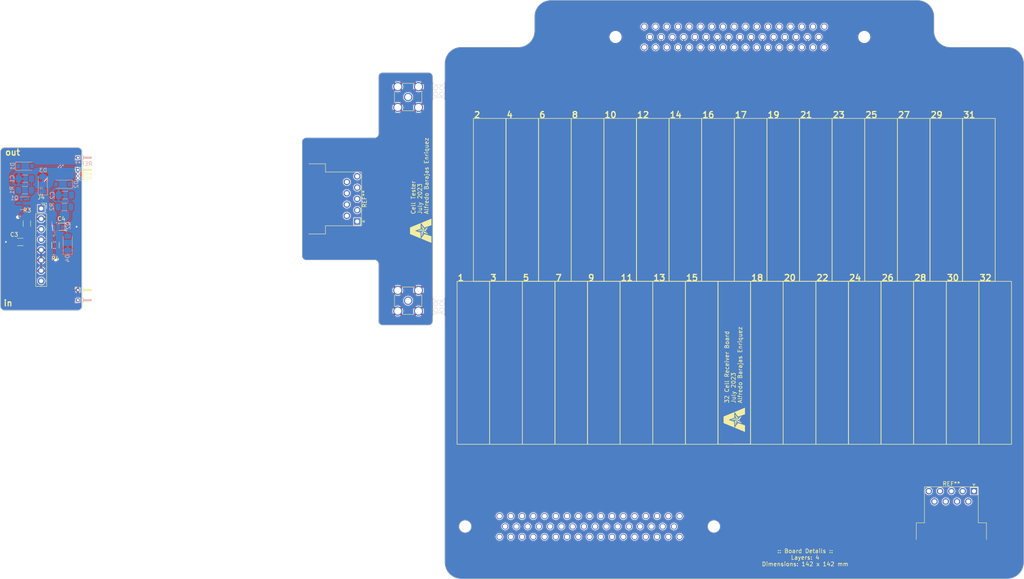
<source format=kicad_pcb>
(kicad_pcb (version 20221018) (generator pcbnew)
  (layers (0 "F.Cu" signal) (1 "In1.Cu" signal) (2 "In2.Cu" signal) (31 "B.Cu" signal) (34 "B.Paste" user) (35 "F.Paste" user) (36 "B.SilkS" user "B.Silkscreen") (37 "F.SilkS" user "F.Silkscreen") (38 "B.Mask" user) (39 "F.Mask" user) (44 "Edge.Cuts" user))
  (net 0 "")
  (net 1 "Net-(D3-K)")
  (net 2 "GND")
  (net 3 "Net-(D4-A)")
  (net 4 "Net-(J4-Pin_3)")
  (net 5 "GND1")
  (net 6 "Net-(J4-Pin_4)")
  (net 7 "+11")
  (net 8 "Net-(D1-A)")
  (net 9 "Net-(D2-K)")
  (net 10 "-11")
  (net 11 "Net-(J2-In)")
  (net 12 "Net-(J3-In)")
  (net 13 "Net-(Q1-E)")
  (net 14 "Net-(Q2-E)")
  (footprint "Connector_PinSocket_2.54mm:PinSocket_1x08_P2.54mm_Vertical" (layer "F.Cu") (at 29.983 102.129)
    (fp_text reference "J4")
    (fp_text value "Conn_01x08")
  )
  (footprint "Capacitor_SMD:C_1206_3216Metric_Pad1.33x1.80mm_HandSolder" (layer "F.Cu") (at 24.864 110.328 180)
    (fp_text reference "C3")
    (fp_text value "10uF" hide)
  )
  (footprint "1.Logos:UTA" (layer "F.Cu") (at 199.987439 153.997547 90)
    (fp_text reference "G***" hide)
    (fp_text value "LOGO" hide)
  )
  (footprint "Connector_Dsub:DSUB-9_Female_Horizontal_P2.77x2.54mm_EdgePinOffset9.40mm" (layer "F.Cu") (at 258.79 171.5)
    (fp_text reference "REF**")
    (fp_text value "DSUB-9_Female_Horizontal_P2.77x2.54mm_EdgePinOffset9.40mm" hide)
  )
  (footprint "Resistor_SMD:R_1206_3216Metric_Pad1.30x1.75mm_HandSolder" (layer "F.Cu") (at 26.477 105.819 -90)
    (fp_text reference "R3")
    (fp_text value "4.7" hide)
  )
  (footprint "1.Local.Library:CONN D-SUB PLUG 50POS RA SLDR" (layer "F.Cu") (at 201.38 60)
    (fp_text reference "REF**" hide)
    (fp_text value "CONN D-SUB PLUG 50POS RA SLDR" hide)
    (fp_circle (center -30.5 0) (end -29 0) (stroke (width 0.01)) (fill none) (layer "Edge.Cuts"))
    (fp_circle (center 30.5 0) (end 32 0) (stroke (width 0.01)) (fill none) (layer "Edge.Cuts"))
  )
  (footprint "Connector_Coaxial:SMA_Amphenol_901-144_Vertical" (layer "F.Cu") (at 120 74.751)
    (fp_text reference "J5" hide)
    (fp_text value "Conn_Coaxial_Out" hide)
  )
  (footprint "Capacitor_SMD:C_1206_3216Metric_Pad1.33x1.80mm_HandSolder" (layer "F.Cu") (at 35.098 106.594)
    (fp_text reference "C4")
    (fp_text value "10uF" hide)
  )
  (footprint "Connector_PinHeader_1.00mm:PinHeader_1x01_P1.00mm_Horizontal" (layer "F.Cu") (at 38.983 122.129)
    (fp_text reference "REF**" hide)
    (fp_text value "PinHeader_1x01_P1.00mm_Horizontal" hide)
  )
  (footprint "Connector_PinHeader_1.00mm:PinHeader_1x03_P1.00mm_Horizontal" (layer "F.Cu") (at 38.983 92.629)
    (fp_text reference "REF**" hide)
    (fp_text value "PinHeader_1x03_P1.00mm_Horizontal" hide)
  )
  (footprint "1.Logos:UTA" (layer "F.Cu") (at 123.070439 107.586547 90)
    (fp_text reference "G***" hide)
    (fp_text value "LOGO" hide)
  )
  (footprint "1.Local.Library:CONN D-SUB PLUG 50POS RA SLDR" (layer "F.Cu") (at 163.12 180.18 180)
    (fp_text reference "REF**" hide)
    (fp_text value "CONN D-SUB PLUG 50POS RA SLDR" hide)
    (fp_circle (center -31.88 0) (end -30.38 0) (stroke (width 0.1)) (fill none) (layer "Edge.Cuts"))
    (fp_circle (center 29.12 0) (end 30.62 0) (stroke (width 0.1)) (fill none) (layer "Edge.Cuts"))
  )
  (footprint "Resistor_SMD:R_1206_3216Metric_Pad1.30x1.75mm_HandSolder" (layer "F.Cu") (at 33.484 111.12 90)
    (fp_text reference "R4")
    (fp_text value "4.7" hide)
  )
  (footprint "Connector_Coaxial:SMA_Amphenol_901-144_Vertical" (layer "F.Cu") (at 120 124.75)
    (fp_text reference "J5" hide)
    (fp_text value "Conn_Coaxial_Out" hide)
  )
  (footprint "Connector_Dsub:DSUB-9_Female_Horizontal_P2.77x2.54mm_EdgePinOffset9.40mm" (layer "F.Cu") (at 107.5 105.2905 -90)
    (fp_text reference "REF**")
    (fp_text value "DSUB-9_Female_Horizontal_P2.77x2.54mm_EdgePinOffset9.40mm" hide)
  )
  (footprint "Resistor_SMD:R_1206_3216Metric_Pad1.30x1.75mm_HandSolder" (layer "B.Cu") (at 35.708 101.734)
    (fp_text reference "R2")
    (fp_text value "1.0k" hide)
  )
  (footprint "Capacitor_SMD:C_1206_3216Metric_Pad1.33x1.80mm_HandSolder" (layer "B.Cu") (at 26.0305 94.804 180)
    (fp_text reference "C1")
    (fp_text value "10uF" hide)
  )
  (footprint "Capacitor_SMD:C_1206_3216Metric_Pad1.33x1.80mm_HandSolder" (layer "B.Cu") (at 35.8105 98.839 180)
    (fp_text reference "C2")
    (fp_text value "10uF" hide)
  )
  (footprint "Diode_SMD:D_SOD-123" (layer "B.Cu") (at 35.278 96.159 180)
    (fp_text reference "D2")
    (fp_text value "1N4148W" hide)
  )
  (footprint "Resistor_SMD:R_1206_3216Metric_Pad1.30x1.75mm_HandSolder" (layer "B.Cu") (at 26.013 97.599)
    (fp_text reference "R1")
    (fp_text value "1.0k" hide)
  )
  (footprint "Package_TO_SOT_SMD:SOT-23" (layer "B.Cu") (at 25.428 100.824 180)
    (fp_text reference "Q1")
    (fp_text value "MMBT3904" hide)
  )
  (footprint "Diode_SMD:D_MiniMELF" (layer "B.Cu") (at 36.488 110.679 90)
    (fp_text reference "D4")
    (fp_text value "BZV55B7V5" hide)
  )
  (footprint "Connector_PinHeader_1.00mm:PinHeader_1x01_P1.00mm_Horizontal" (layer "B.Cu") (at 38.983 89.629)
    (fp_text reference "REF**")
    (fp_text value "PinHeader_1x01_P1.00mm_Horizontal" hide)
  )
  (footprint "Diode_SMD:D_SOD-123" (layer "B.Cu") (at 26.083 91.724)
    (fp_text reference "D1")
    (fp_text value "1N4148W" hide)
  )
  (footprint "Package_TO_SOT_SMD:SOT-23" (layer "B.Cu") (at 34.163 105.9415 90)
    (fp_text reference "Q2")
    (fp_text value "MMBT3906" hide)
  )
  (footprint "Diode_SMD:D_MiniMELF" (layer "B.Cu") (at 30.378 96.104 90)
    (fp_text reference "D3")
    (fp_text value "BZV55B7V5" hide)
  )
  (footprint "Connector_PinHeader_1.00mm:PinHeader_1x01_P1.00mm_Horizontal" (layer "B.Cu") (at 38.983 124.629)
    (fp_text reference "REF**" hide)
    (fp_text value "PinHeader_1x01_P1.00mm_Horizontal" hide)
  )
  (gr_line (start 216.56 62.54) (end 216.56 71.815) (stroke (width 0.109916)) (layer "F.Cu"))
  (gr_line (start 224 80) (end 224 120) (stroke (width 0.129114)) (layer "F.Cu"))
  (gr_circle (center 252 120) (end 252.5 120) (stroke (width 0.15)) (fill none) (layer "F.Cu"))
  (gr_circle (center 168 160) (end 168.5 160) (stroke (width 0.15)) (fill none) (layer "F.Cu"))
  (gr_line (start 256 80) (end 256 120) (stroke (width 0.104724)) (layer "F.Cu"))
  (gr_line (start 220 80) (end 206.9 76.578) (stroke (width 0.29843)) (layer "F.Cu"))
  (gr_line (start 188.96 62.54) (end 188.96 74.533) (stroke (width 0.122014)) (layer "F.Cu"))
  (gr_circle (center 232 160) (end 232.5 160) (stroke (width 0.15)) (fill none) (layer "F.Cu"))
  (gr_line (start 152 80) (end 183.44 71.813) (stroke (width 0.109916)) (layer "F.Cu"))
  (gr_circle (center 176 160) (end 176.5 160) (stroke (width 0.15)) (fill none) (layer "F.Cu"))
  (gr_line (start 212.42 60) (end 212.42 73.858) (stroke (width 0.235129)) (layer "F.Cu"))
  (gr_circle (center 264 120) (end 264.5 120) (stroke (width 0.15)) (fill none) (layer "F.Cu"))
  (gr_circle (center 244 120) (end 244.5 120) (stroke (width 0.15)) (fill none) (layer "F.Cu"))
  (gr_line (start 204 80) (end 201.38 79.298) (stroke (width 0.40837)) (layer "F.Cu"))
  (gr_line (start 216 80) (end 205.52 77.258) (stroke (width 0.137106)) (layer "F.Cu"))
  (gr_circle (center 144 160) (end 144.5 160) (stroke (width 0.15)) (fill none) (layer "F.Cu"))
  (gr_line (start 232 80) (end 232 120) (stroke (width 0.122014)) (layer "F.Cu"))
  (gr_line (start 217.94 60) (end 217.94 71.133) (stroke (width 0.193984)) (layer "F.Cu"))
  (gr_line (start 213.8 62.54) (end 213.8 73.175) (stroke (width 0.115647)) (layer "F.Cu"))
  (gr_line (start 256 80) (end 219.32 70.453) (stroke (width 0.104724)) (layer "F.Cu"))
  (gr_line (start 204.14 60) (end 204.14 77.938) (stroke (width 0.34485)) (layer "F.Cu"))
  (gr_line (start 244 80) (end 215.18 72.495) (stroke (width 0.212598)) (layer "F.Cu"))
  (gr_line (start 216 80) (end 216 120) (stroke (width 0.137106)) (layer "F.Cu"))
  (gr_circle (center 264 160) (end 264.5 160) (stroke (width 0.15)) (fill none) (layer "F.Cu"))
  (gr_circle (center 184 160) (end 184.5 160) (stroke (width 0.15)) (fill none) (layer "F.Cu"))
  (gr_circle (center 208 160) (end 208.5 160) (stroke (width 0.15)) (fill none) (layer "F.Cu"))
  (gr_line (start 215.18 60) (end 215.18 72.495) (stroke (width 0.212598)) (layer "F.Cu"))
  (gr_line (start 264 80) (end 264 120) (stroke (width 0.1)) (layer "F.Cu"))
  (gr_line (start 164 80) (end 187.58 73.853) (stroke (width 0.235129)) (layer "F.Cu"))
  (gr_line (start 184.82 60) (end 184.82 72.493) (stroke (width 0.212598)) (layer "F.Cu"))
  (gr_line (start 187.58 60) (end 187.58 73.853) (stroke (width 0.235129)) (layer "F.Cu"))
  (gr_circle (center 160 160) (end 160.5 160) (stroke (width 0.15)) (fill none) (layer "F.Cu"))
  (gr_line (start 140 80) (end 179.3 69.773) (stroke (width 0.178375)) (layer "F.Cu"))
  (gr_line (start 192 80) (end 192 120) (stroke (width 0.146135)) (layer "F.Cu"))
  (gr_circle (center 248 160) (end 248.5 160) (stroke (width 0.15)) (fill none) (layer "F.Cu"))
  (gr_circle (center 256 160) (end 256.5 160) (stroke (width 0.15)) (fill none) (layer "F.Cu"))
  (gr_circle (center 136 120) (end 136.5 120) (stroke (width 0.15)) (fill none) (layer "F.Cu"))
  (gr_circle (center 188 120) (end 188.5 120) (stroke (width 0.15)) (fill none) (layer "F.Cu"))
  (gr_circle (center 260 120) (end 260.5 120) (stroke (width 0.15)) (fill none) (layer "F.Cu"))
  (gr_line (start 180 80) (end 193.1 76.573) (stroke (width 0.29843)) (layer "F.Cu"))
  (gr_line (start 152 80) (end 152 120) (stroke (width 0.109916)) (layer "F.Cu"))
  (gr_circle (center 168 120) (end 168.5 120) (stroke (width 0.15)) (fill none) (layer "F.Cu"))
  (gr_line (start 220.7 60) (end 220.7 69.773) (stroke (width 0.178375)) (layer "F.Cu"))
  (gr_line (start 183.44 62.54) (end 183.44 71.813) (stroke (width 0.109916)) (layer "F.Cu"))
  (gr_line (start 209.66 60) (end 209.66 75.218) (stroke (width 0.263025)) (layer "F.Cu"))
  (gr_line (start 236 80) (end 212.42 73.858) (stroke (width 0.235129)) (layer "F.Cu"))
  (gr_line (start 195.86 60) (end 195.86 77.933) (stroke (width 0.34485)) (layer "F.Cu"))
  (gr_circle (center 212 120) (end 212.5 120) (stroke (width 0.15)) (fill none) (layer "F.Cu"))
  (gr_line (start 198.62 60) (end 198.62 79.293) (stroke (width 0.40837)) (layer "F.Cu"))
  (gr_line (start 136 80) (end 177.92 69.093) (stroke (width 0.1)) (layer "F.Cu"))
  (gr_line (start 206.9 60) (end 206.9 76.578) (stroke (width 0.29843)) (layer "F.Cu"))
  (gr_line (start 240 80) (end 213.8 73.175) (stroke (width 0.115647)) (layer "F.Cu"))
  (gr_line (start 144 80) (end 144 120) (stroke (width 0.104724)) (layer "F.Cu"))
  (gr_line (start 168 80) (end 188.96 74.533) (stroke (width 0.122014)) (layer "F.Cu"))
  (gr_line (start 168 80) (end 168 120) (stroke (width 0.122014)) (layer "F.Cu"))
  (gr_circle (center 160 120) (end 160.5 120) (stroke (width 0.15)) (fill none) (layer "F.Cu"))
  (gr_circle (center 204 120) (end 204.5 120) (stroke (width 0.15)) (fill none) (layer "F.Cu"))
  (gr_line (start 208 80) (end 208 120) (stroke (width 0.146135)) (layer "F.Cu"))
  (gr_line (start 205.52 62.54) (end 205.52 77.258) (stroke (width 0.137106)) (layer "F.Cu"))
  (gr_line (start 248 80) (end 248 120) (stroke (width 0.109916)) (layer "F.Cu"))
  (gr_line (start 222.08 62.54) (end 222.08 69.093) (stroke (width 0.1)) (layer "F.Cu"))
  (gr_circle (center 152 120) (end 152.5 120) (stroke (width 0.15)) (fill none) (layer "F.Cu"))
  (gr_line (start 194.48 62.54) (end 194.48 77.253) (stroke (width 0.137106)) (layer "F.Cu"))
  (gr_circle (center 156 120) (end 156.5 120) (stroke (width 0.15)) (fill none) (layer "F.Cu"))
  (gr_line (start 208 80) (end 202.76 78.618) (stroke (width 0.146135)) (layer "F.Cu"))
  (gr_line (start 190.34 60) (end 190.34 75.213) (stroke (width 0.263025)) (layer "F.Cu"))
  (gr_circle (center 232 120) (end 232.5 120) (stroke (width 0.15)) (fill none) (layer "F.Cu"))
  (gr_circle (center 200 160) (end 200.5 160) (stroke (width 0.15)) (fill none) (layer "F.Cu"))
  (gr_line (start 172 80) (end 190.34 75.213) (stroke (width 0.263025)) (layer "F.Cu"))
  (gr_line (start 176 80) (end 176 120) (stroke (width 0.129114)) (layer "F.Cu"))
  (gr_circle (center 224 120) (end 224.5 120) (stroke (width 0.15)) (fill none) (layer "F.Cu"))
  (gr_circle (center 240 120) (end 240.5 120) (stroke (width 0.15)) (fill none) (layer "F.Cu"))
  (gr_line (start 180.68 62.54) (end 180.68 70.453) (stroke (width 0.104724)) (layer "F.Cu"))
  (gr_circle (center 180 120) (end 180.5 120) (stroke (width 0.15)) (fill none) (layer "F.Cu"))
  (gr_line (start 148 80) (end 182.06 71.133) (stroke (width 0.193984)) (layer "F.Cu"))
  (gr_line (start 160 80) (end 160 120) (stroke (width 0.115647)) (layer "F.Cu"))
  (gr_line (start 224 80) (end 208.28 75.898) (stroke (width 0.129114)) (layer "F.Cu"))
  (gr_line (start 252 80) (end 217.94 71.135) (stroke (width 0.193984)) (layer "F.Cu"))
  (gr_line (start 193.1 60) (end 193.1 76.573) (stroke (width 0.29843)) (layer "F.Cu"))
  (gr_line (start 232 80) (end 211.04 74.538) (stroke (width 0.122014)) (layer "F.Cu"))
  (gr_line (start 219.32 62.54) (end 219.32 70.453) (stroke (width 0.104724)) (layer "F.Cu"))
  (gr_line (start 192 80) (end 197.24 78.613) (stroke (width 0.146135)) (layer "F.Cu"))
  (gr_line (start 201.38 60) (end 201.38 79.298) (stroke (width 0.40837)) (layer "F.Cu"))
  (gr_line (start 264 80) (end 222.08 69.093) (stroke (width 0.1)) (layer "F.Cu"))
  (gr_line (start 136 80) (end 136 120) (stroke (width 0.1)) (layer "F.Cu"))
  (gr_line (start 186.2 62.54) (end 186.2 73.173) (stroke (width 0.115647)) (layer "F.Cu"))
  (gr_circle (center 172 120) (end 172.5 120) (stroke (width 0.15)) (fill none) (layer "F.Cu"))
  (gr_line (start 208.28 62.54) (end 208.28 75.898) (stroke (width 0.129114)) (layer "F.Cu"))
  (gr_circle (center 220 120) (end 220.5 120) (stroke (width 0.15)) (fill none) (layer "F.Cu"))
  (gr_line (start 260 80) (end 220.7 69.773) (stroke (width 0.178375)) (layer "F.Cu"))
  (gr_circle (center 176 120) (end 176.5 120) (stroke (width 0.15)) (fill none) (layer "F.Cu"))
  (gr_line (start 179.3 60) (end 179.3 69.773) (stroke (width 0.178375)) (layer "F.Cu"))
  (gr_line (start 156 80) (end 184.82 72.493) (stroke (width 0.212598)) (layer "F.Cu"))
  (gr_line (start 160 80) (end 186.2 73.173) (stroke (width 0.115647)) (layer "F.Cu"))
  (gr_line (start 144 80) (end 180.68 70.453) (stroke (width 0.104724)) (layer "F.Cu"))
  (gr_circle (center 148 120) (end 148.5 120) (stroke (width 0.15)) (fill none) (layer "F.Cu"))
  (gr_line (start 184 80) (end 194.48 77.253) (stroke (width 0.137106)) (layer "F.Cu"))
  (gr_circle (center 196 120) (end 196.5 120) (stroke (width 0.15)) (fill none) (layer "F.Cu"))
  (gr_circle (center 208 120) (end 208.5 120) (stroke (width 0.15)) (fill none) (layer "F.Cu"))
  (gr_line (start 197.24 62.54) (end 197.24 78.613) (stroke (width 0.146135)) (layer "F.Cu"))
  (gr_circle (center 240 160) (end 240.5 160) (stroke (width 0.15)) (fill none) (layer "F.Cu"))
  (gr_circle (center 184 120) (end 184.5 120) (stroke (width 0.15)) (fill none) (layer "F.Cu"))
  (gr_circle (center 228 120) (end 228.5 120) (stroke (width 0.15)) (fill none) (layer "F.Cu"))
  (gr_line (start 177.92 62.54) (end 177.92 69.093) (stroke (width 0.1)) (layer "F.Cu"))
  (gr_circle (center 192 120) (end 192.5 120) (stroke (width 0.15)) (fill none) (layer "F.Cu"))
  (gr_line (start 212 80) (end 204.14 77.938) (stroke (width 0.34485)) (layer "F.Cu"))
  (gr_circle (center 140 120) (end 140.5 120) (stroke (width 0.15)) (fill none) (layer "F.Cu"))
  (gr_circle (center 236 120) (end 236.5 120) (stroke (width 0.15)) (fill none) (layer "F.Cu"))
  (gr_circle (center 136 160) (end 136.5 160) (stroke (width 0.15)) (fill none) (layer "F.Cu"))
  (gr_line (start 184 80) (end 184 120) (stroke (width 0.137106)) (layer "F.Cu"))
  (gr_circle (center 216 120) (end 216.5 120) (stroke (width 0.15)) (fill none) (layer "F.Cu"))
  (gr_line (start 228 80) (end 209.66 75.218) (stroke (width 0.263025)) (layer "F.Cu"))
  (gr_line (start 248 80) (end 216.56 71.815) (stroke (width 0.109916)) (layer "F.Cu"))
  (gr_circle (center 224 160) (end 224.5 160) (stroke (width 0.15)) (fill none) (layer "F.Cu"))
  (gr_circle (center 192 160) (end 192.5 160) (stroke (width 0.15)) (fill none) (layer "F.Cu"))
  (gr_line (start 211.04 62.54) (end 211.04 74.538) (stroke (width 0.122014)) (layer "F.Cu"))
  (gr_circle (center 144 120) (end 144.5 120) (stroke (width 0.15)) (fill none) (layer "F.Cu"))
  (gr_circle (center 248 120) (end 248.5 120) (stroke (width 0.15)) (fill none) (layer "F.Cu"))
  (gr_circle (center 152 160) (end 152.5 160) (stroke (width 0.15)) (fill none) (layer "F.Cu"))
  (gr_circle (center 164 120) (end 164.5 120) (stroke (width 0.15)) (fill none) (layer "F.Cu"))
  (gr_line (start 176 80) (end 191.72 75.893) (stroke (width 0.129114)) (layer "F.Cu"))
  (gr_circle (center 216 160) (end 216.5 160) (stroke (width 0.15)) (fill none) (layer "F.Cu"))
  (gr_line (start 182.06 60) (end 182.06 71.133) (stroke (width 0.193984)) (layer "F.Cu"))
  (gr_line (start 191.72 62.54) (end 191.72 75.893) (stroke (width 0.129114)) (layer "F.Cu"))
  (gr_line (start 240 80) (end 240 120) (stroke (width 0.115647)) (layer "F.Cu"))
  (gr_line (start 196 80) (end 198.62 79.293) (stroke (width 0.40837)) (layer "F.Cu"))
  (gr_circle (center 256 120) (end 256.5 120) (stroke (width 0.15)) (fill none) (layer "F.Cu"))
  (gr_line (start 188 80) (end 195.86 77.933) (stroke (width 0.34485)) (layer "F.Cu"))
  (gr_line (start 202.76 62.54) (end 202.76 78.618) (stroke (width 0.146135)) (layer "F.Cu"))
  (gr_rect (start 148 120) (end 156 160) (stroke (width 0.15)) (fill none) (layer "F.SilkS"))
  (gr_rect (start 212 120) (end 220 160) (stroke (width 0.15)) (fill none) (layer "F.SilkS"))
  (gr_rect (start 236 120) (end 244 160) (stroke (width 0.15)) (fill none) (layer "F.SilkS"))
  (gr_rect (start 248 80) (end 256 120) (stroke (width 0.15)) (fill none) (layer "F.SilkS"))
  (gr_rect (start 188 120) (end 196 160) (stroke (width 0.15)) (fill none) (layer "F.SilkS"))
  (gr_rect (start 156 120) (end 164 160) (stroke (width 0.15)) (fill none) (layer "F.SilkS"))
  (gr_rect (start 228 120) (end 236 160) (stroke (width 0.15)) (fill none) (layer "F.SilkS"))
  (gr_rect (start 152 80) (end 160 120) (stroke (width 0.15)) (fill none) (layer "F.SilkS"))
  (gr_rect (start 204 120) (end 212 160) (stroke (width 0.15)) (fill none) (layer "F.SilkS"))
  (gr_rect (start 132 120) (end 140 160) (stroke (width 0.15)) (fill none) (layer "F.SilkS"))
  (gr_rect (start 200 80) (end 208 120) (stroke (width 0.15)) (fill none) (layer "F.SilkS"))
  (gr_rect (start 180 120) (end 188 160) (stroke (width 0.15)) (fill none) (layer "F.SilkS"))
  (gr_rect (start 168 80) (end 176 120) (stroke (width 0.15)) (fill none) (layer "F.SilkS"))
  (gr_rect (start 172 120) (end 180 160) (stroke (width 0.15)) (fill none) (layer "F.SilkS"))
  (gr_rect (start 224 80) (end 232 120) (stroke (width 0.15)) (fill none) (layer "F.SilkS"))
  (gr_rect (start 136 80) (end 144 120) (stroke (width 0.15)) (fill none) (layer "F.SilkS"))
  (gr_rect (start 140 120) (end 148 160) (stroke (width 0.15)) (fill none) (layer "F.SilkS"))
  (gr_rect (start 144 80) (end 152 120) (stroke (width 0.15)) (fill none) (layer "F.SilkS"))
  (gr_rect (start 260 120) (end 268 160) (stroke (width 0.15)) (fill none) (layer "F.SilkS"))
  (gr_rect (start 252 120) (end 260 160) (stroke (width 0.15)) (fill none) (layer "F.SilkS"))
  (gr_rect (start 196 120) (end 204 160) (stroke (width 0.15)) (fill none) (layer "F.SilkS"))
  (gr_rect (start 216 80) (end 224 120) (stroke (width 0.15)) (fill none) (layer "F.SilkS"))
  (gr_line (start 196 160) (end 204 160) (stroke (width 0.15)) (layer "F.SilkS"))
  (gr_rect (start 164 120) (end 172 160) (stroke (width 0.15)) (fill none) (layer "F.SilkS"))
  (gr_line (start 200 160) (end 204 160) (stroke (width 0.15)) (layer "F.SilkS"))
  (gr_rect (start 240 80) (end 248 120) (stroke (width 0.15)) (fill none) (layer "F.SilkS"))
  (gr_rect (start 160 80) (end 168 120) (stroke (width 0.15)) (fill none) (layer "F.SilkS"))
  (gr_rect (start 176 80) (end 184 120) (stroke (width 0.15)) (fill none) (layer "F.SilkS"))
  (gr_rect (start 220 120) (end 228 160) (stroke (width 0.15)) (fill none) (layer "F.SilkS"))
  (gr_rect (start 244 120) (end 252 160) (stroke (width 0.15)) (fill none) (layer "F.SilkS"))
  (gr_rect (start 184 80) (end 192 120) (stroke (width 0.15)) (fill none) (layer "F.SilkS"))
  (gr_rect (start 256 80) (end 264 120) (stroke (width 0.15)) (fill none) (layer "F.SilkS"))
  (gr_rect (start 232 80) (end 240 120) (stroke (width 0.15)) (fill none) (layer "F.SilkS"))
  (gr_rect (start 192 80) (end 200 120) (stroke (width 0.15)) (fill none) (layer "F.SilkS"))
  (gr_rect (start 208 80) (end 216 120) (stroke (width 0.15)) (fill none) (layer "F.SilkS"))
  (gr_circle (center 126.75 72.5005) (end 127.25 72.5005) (stroke (width 0.1)) (fill none) (layer "Edge.Cuts"))
  (gr_line (start 129 75.7505) (end 129 123.7505) (stroke (width 0.1)) (layer "Edge.Cuts"))
  (gr_arc (start 151 58.5) (mid 149.828427 61.328427) (end 147 62.5) (stroke (width 0.1)) (layer "Edge.Cuts"))
  (gr_line (start 125 68.7505) (end 113.75 68.7505) (stroke (width 0.1)) (layer "Edge.Cuts"))
  (gr_line (start 112.75 69.7505) (end 112.75 83.7505) (stroke (width 0.1)) (layer "Edge.Cuts"))
  (gr_arc (start 95 114.7505) (mid 94.292893 114.457607) (end 94 113.7505) (stroke (width 0.1)) (layer "Edge.Cuts"))
  (gr_poly (pts (arc (start 19.983 88.129) (mid 20.275893 87.421893) (end 20.983 87.129)) (arc (start 38.983 87.129) (mid 39.690107 87.421893) (end 39.983 88.129)) (arc (start 39.983 126.129) (mid 39.690107 126.836107) (end 38.983 127.129)) (arc (start 20.983 127.129) (mid 20.275893 126.836107) (end 19.983 126.129))) (stroke (width 0.2)) (fill none) (layer "Edge.Cuts"))
  (gr_line (start 126 129.7505) (end 126 128.7505) (stroke (width 0.1)) (layer "Edge.Cuts"))
  (gr_arc (start 245 51) (mid 247.828427 52.171573) (end 249 55) (stroke (width 0.1)) (layer "Edge.Cuts"))
  (gr_arc (start 133 193) (mid 130.171573 191.828427) (end 129 189) (stroke (width 0.1)) (layer "Edge.Cuts"))
  (gr_arc (start 127 71.7505) (mid 126.292893 71.457607) (end 126 70.7505) (stroke (width 0.1)) (layer "Edge.Cuts"))
  (gr_arc (start 126 128.7505) (mid 126.292893 128.043393) (end 127 127.7505) (stroke (width 0.1)) (layer "Edge.Cuts"))
  (gr_arc (start 267 62.5) (mid 269.828427 63.671573) (end 271 66.5) (stroke (width 0.1)) (layer "Edge.Cuts"))
  (gr_line (start 128 124.7505) (end 127 124.7505) (stroke (width 0.1)) (layer "Edge.Cuts"))
  (gr_arc (start 94 85.7505) (mid 94.292893 85.043393) (end 95 84.7505) (stroke (width 0.1)) (layer "Edge.Cuts"))
  (gr_line (start 127 74.7505) (end 128 74.7505) (stroke (width 0.1)) (layer "Edge.Cuts"))
  (gr_line (start 267 193) (end 133 193) (stroke (width 0.1)) (layer "Edge.Cuts"))
  (gr_line (start 126 123.7505) (end 126 75.7505) (stroke (width 0.1)) (layer "Edge.Cuts"))
  (gr_arc (start 113.75 130.7505) (mid 113.042893 130.457607) (end 112.75 129.7505) (stroke (width 0.1)) (layer "Edge.Cuts"))
  (gr_line (start 128 127.7505) (end 127 127.7505) (stroke (width 0.1)) (layer "Edge.Cuts"))
  (gr_arc (start 112.75 83.7505) (mid 112.457107 84.457607) (end 111.75 84.7505) (stroke (width 0.1)) (layer "Edge.Cuts"))
  (gr_line (start 95 114.7505) (end 111.75 114.7505) (stroke (width 0.1)) (layer "Edge.Cuts"))
  (gr_arc (start 128 74.7505) (mid 128.707107 75.043393) (end 129 75.7505) (stroke (width 0.1)) (layer "Edge.Cuts"))
  (gr_line (start 155 51) (end 245 51) (stroke (width 0.1)) (layer "Edge.Cuts"))
  (gr_arc (start 151 55) (mid 152.171573 52.171573) (end 155 51) (stroke (width 0.1)) (layer "Edge.Cuts"))
  (gr_arc (start 271 189) (mid 269.828427 191.828427) (end 267 193) (stroke (width 0.1)) (layer "Edge.Cuts"))
  (gr_arc (start 126 129.7505) (mid 125.707107 130.457607) (end 125 130.7505) (stroke (width 0.1)) (layer "Edge.Cuts"))
  (gr_line (start 95 84.7505) (end 111.75 84.7505) (stroke (width 0.1)) (layer "Edge.Cuts"))
  (gr_line (start 126 69.7505) (end 126 70.7505) (stroke (width 0.1)) (layer "Edge.Cuts"))
  (gr_circle (center 126.75 125.5005) (end 127.25 125.5005) (stroke (width 0.1)) (fill none) (layer "Edge.Cuts"))
  (gr_arc (start 112.75 69.7505) (mid 113.042893 69.043393) (end 113.75 68.7505) (stroke (width 0.1)) (layer "Edge.Cuts"))
  (gr_arc (start 125 68.7505) (mid 125.707107 69.043393) (end 126 69.7505) (stroke (width 0.1)) (layer "Edge.Cuts"))
  (gr_arc (start 126 75.7505) (mid 126.292893 75.043393) (end 127 74.7505) (stroke (width 0.1)) (layer "Edge.Cuts"))
  (gr_line (start 129 69.7505) (end 129 66.5) (stroke (width 0.1)) (layer "Edge.Cuts"))
  (gr_circle (center 126.75 127.0005) (end 127.25 127.0005) (stroke (width 0.1)) (fill none) (layer "Edge.Cuts"))
  (gr_arc (start 128 127.7505) (mid 128.707107 128.043393) (end 129 128.7505) (stroke (width 0.1)) (layer "Edge.Cuts"))
  (gr_line (start 125 130.7505) (end 113.75 130.7505) (stroke (width 0.1)) (layer "Edge.Cuts"))
  (gr_line (start 151 58.5) (end 151 55) (stroke (width 0.1)) (layer "Edge.Cuts"))
  (gr_arc (start 111.75 114.7505) (mid 112.457107 115.043393) (end 112.75 115.7505) (stroke (width 0.1)) (layer "Edge.Cuts"))
  (gr_circle (center 128.25 74.0005) (end 128.75 74.0005) (stroke (width 0.1)) (fill none) (layer "Edge.Cuts"))
  (gr_circle (center 126.75 74.0005) (end 127.25 74.0005) (stroke (width 0.1)) (fill none) (layer "Edge.Cuts"))
  (gr_line (start 271 66.5) (end 271 189) (stroke (width 0.1)) (layer "Edge.Cuts"))
  (gr_line (start 249 58.5) (end 249 55) (stroke (width 0.1)) (layer "Edge.Cuts"))
  (gr_arc (start 129 70.7505) (mid 128.707107 71.457607) (end 128 71.7505) (stroke (width 0.1)) (layer "Edge.Cuts"))
  (gr_line (start 127 71.7505) (end 128 71.7505) (stroke (width 0.1)) (layer "Edge.Cuts"))
  (gr_circle (center 128.25 125.5005) (end 128.75 125.5005) (stroke (width 0.1)) (fill none) (layer "Edge.Cuts"))
  (gr_arc (start 253 62.5) (mid 250.171573 61.328427) (end 249 58.5) (stroke (width 0.1)) (layer "Edge.Cuts"))
  (gr_line (start 129 129.7505) (end 129 189) (stroke (width 0.1)) (layer "Edge.Cuts"))
  (gr_line (start 147 62.5) (end 133 62.5) (stroke (width 0.1)) (layer "Edge.Cuts"))
  (gr_arc (start 129 66.5) (mid 130.171573 63.671573) (end 133 62.5) (stroke (width 0.1)) (layer "Edge.Cuts"))
  (gr_line (start 129 69.7505) (end 129 70.7505) (stroke (width 0.1)) (layer "Edge.Cuts"))
  (gr_line (start 112.75 115.7505) (end 112.75 129.7505) (stroke (width 0.1)) (layer "Edge.Cuts"))
  (gr_circle (center 128.25 127.0005) (end 128.75 127.0005) (stroke (width 0.1)) (fill none) (layer "Edge.Cuts"))
  (gr_arc (start 127 124.7505) (mid 126.292893 124.457607) (end 126 123.7505) (stroke (width 0.1)) (layer "Edge.Cuts"))
  (gr_arc (start 129 123.7505) (mid 128.707107 124.457607) (end 128 124.7505) (stroke (width 0.1)) (layer "Edge.Cuts"))
  (gr_circle (center 128.25 72.5005) (end 128.75 72.5005) (stroke (width 0.1)) (fill none) (layer "Edge.Cuts"))
  (gr_line (start 129 129.7505) (end 129 128.7505) (stroke (width 0.1)) (layer "Edge.Cuts"))
  (gr_line (start 253 62.5) (end 267 62.5) (stroke (width 0.1)) (layer "Edge.Cuts"))
  (gr_line (start 94 85.7505) (end 94 113.7505) (stroke (width 0.1)) (layer "Edge.Cuts"))
  (gr_text "13" (at 180 120) (layer "F.SilkS") (effects (font (size 1.5 1.5) (thickness 0.3) bold) (justify left bottom)))
  (gr_text "31" (at 256 80) (layer "F.SilkS") (effects (font (size 1.5 1.5) (thickness 0.3) bold) (justify left bottom)))
  (gr_text "6" (at 152 80) (layer "F.SilkS") (effects (font (size 1.5 1.5) (thickness 0.3) bold) (justify left bottom)))
  (gr_text "20" (at 212 120) (layer "F.SilkS") (effects (font (size 1.5 1.5) (thickness 0.3) bold) (justify left bottom)))
  (gr_text "28" (at 244 120) (layer "F.SilkS") (effects (font (size 1.5 1.5) (thickness 0.3) bold) (justify left bottom)))
  (gr_text "3" (at 140 120) (layer "F.SilkS") (effects (font (size 1.5 1.5) (thickness 0.3) bold) (justify left bottom)))
  (gr_text "18" (at 204 120) (layer "F.SilkS") (effects (font (size 1.5 1.5) (thickness 0.3) bold) (justify left bottom)))
  (gr_text "10" (at 168 80) (layer "F.SilkS") (effects (font (size 1.5 1.5) (thickness 0.3) bold) (justify left bottom)))
  (gr_text "12" (at 176 80) (layer "F.SilkS") (effects (font (size 1.5 1.5) (thickness 0.3) bold) (justify left bottom)))
  (gr_text "17" (at 200 80) (layer "F.SilkS") (effects (font (size 1.5 1.5) (thickness 0.3) bold) (justify left bottom)))
  (gr_text "5" (at 148 120) (layer "F.SilkS") (effects (font (size 1.5 1.5) (thickness 0.3) bold) (justify left bottom)))
  (gr_text "2" (at 136 80) (layer "F.SilkS") (effects (font (size 1.5 1.5) (thickness 0.3) bold) (justify left bottom)))
  (gr_text "in" (at 20.626 126.233) (layer "F.SilkS") (effects (font (size 1.5 1.5) (thickness 0.3) bold) (justify left bottom)))
  (gr_text "21" (at 216 80) (layer "F.SilkS") (effects (font (size 1.5 1.5) (thickness 0.3) bold) (justify left bottom)))
  (gr_text "9" (at 164 120) (layer "F.SilkS") (effects (font (size 1.5 1.5) (thickness 0.3) bold) (justify left bottom)))
  (gr_text "22" (at 220 120) (layer "F.SilkS") (effects (font (size 1.5 1.5) (thickness 0.3) bold) (justify left bottom)))
  (gr_text "19" (at 208 80) (layer "F.SilkS") (effects (font (size 1.5 1.5) (thickness 0.3) bold) (justify left bottom)))
  (gr_text "25" (at 232 80) (layer "F.SilkS") (effects (font (size 1.5 1.5) (thickness 0.3) bold) (justify left bottom)))
  (gr_text "32" (at 260 120) (layer "F.SilkS") (effects (font (size 1.5 1.5) (thickness 0.3) bold) (justify left bottom)))
  (gr_text "30" (at 252 120) (layer "F.SilkS") (effects (font (size 1.5 1.5) (thickness 0.3) bold) (justify left bottom)))
  (gr_text "23" (at 224 80) (layer "F.SilkS") (effects (font (size 1.5 1.5) (thickness 0.3) bold) (justify left bottom)))
  (gr_text "24" (at 228 120) (layer "F.SilkS") (effects (font (size 1.5 1.5) (thickness 0.3) bold) (justify left bottom)))
  (gr_text "out" (at 20.997 89.199) (layer "F.SilkS") (effects (font (size 1.5 1.5) (thickness 0.3) bold) (justify left bottom)))
  (gr_text "1" (at 132 120) (layer "F.SilkS") (effects (font (size 1.5 1.5) (thickness 0.3) bold) (justify left bottom)))
  (gr_text "15" (at 188 120) (layer "F.SilkS") (effects (font (size 1.5 1.5) (thickness 0.3) bold) (justify left bottom)))
  (gr_text "11" (at 172 120) (layer "F.SilkS") (effects (font (size 1.5 1.5) (thickness 0.3) bold) (justify left bottom)))
  (gr_text "26" (at 236 120) (layer "F.SilkS") (effects (font (size 1.5 1.5) (thickness 0.3) bold) (justify left bottom)))
  (gr_text "8" (at 160 80) (layer "F.SilkS") (effects (font (size 1.5 1.5) (thickness 0.3) bold) (justify left bottom)))
  (gr_text "7" (at 156 120) (layer "F.SilkS") (effects (font (size 1.5 1.5) (thickness 0.3) bold) (justify left bottom)))
  (gr_text "32 Cell Receiver Board\nJuly 2023\nAlfredo Barajas Enriquez" (at 202 150 90) (layer "F.SilkS") (effects (font (size 1 1)) (justify left bottom)))
  (gr_text "14" (at 184 80) (layer "F.SilkS") (effects (font (size 1.5 1.5) (thickness 0.3) bold) (justify left bottom)))
  (gr_text "16" (at 192 80) (layer "F.SilkS") (effects (font (size 1.5 1.5) (thickness 0.3) bold) (justify left bottom)))
  (gr_text "29" (at 248 80) (layer "F.SilkS") (effects (font (size 1.5 1.5) (thickness 0.3) bold) (justify left bottom)))
  (gr_text "27" (at 240 80) (layer "F.SilkS") (effects (font (size 1.5 1.5) (thickness 0.3) bold) (justify left bottom)))
  (gr_text "Cell Tester\nJuly 2023\nAlfredo Barajas Enriquez" (at 125.083 103.589 90) (layer "F.SilkS") (effects (font (size 1 1)) (justify left bottom)))
  (gr_text ":: Board Details ::\nLayers: 4\nDimensions: 142 x 142 mm" (at 217.3855 190) (layer "F.SilkS") (effects (font (size 1 1)) (justify bottom)))
  (gr_text "4" (at 144 80) (layer "F.SilkS") (effects (font (size 1.5 1.5) (thickness 0.3) bold) (justify left bottom)))
  (via blind (at 33.538 114.674) (size 0.8) (drill 0.4) (layers "F.Cu" "B.Cu") (remove_unused_layers) (net 0))
  (via blind (at 24.258 104.239) (size 0.8) (drill 0.4) (layers "F.Cu" "B.Cu") (remove_unused_layers) (net 0))
  (segment (start 27.593 97.569) (end 27.563 97.599) (width 0.25) (layer "B.Cu") (net 1))
  (segment (start 30.303 97.849) (end 30.053 97.599) (width 0.25) (layer "B.Cu") (net 1))
  (segment (start 27.563 97.599) (end 27.563 98.6765) (width 0.25) (layer "B.Cu") (net 1))
  (segment (start 27.563 97.599) (end 30.123 97.599) (width 0.25) (layer "B.Cu") (net 1))
  (segment (start 27.563 98.6765) (end 26.3655 99.874) (width 0.25) (layer "B.Cu") (net 1))
  (segment (start 27.593 94.804) (end 27.593 97.569) (width 0.25) (layer "B.Cu") (net 1))
  (segment (start 30.123 97.599) (end 30.378 97.854) (width 0.25) (layer "B.Cu") (net 1))
  (segment (start 38.6605 106.594) (end 36.6605 106.594) (width 0.25) (layer "F.Cu") (net 2))
  (segment (start 21.3305 110.314) (end 23.3305 110.314) (width 0.25) (layer "F.Cu") (net 2))
  (via blind (at 21.3305 110.314) (size 0.8) (drill 0.4) (layers "F.Cu" "B.Cu") (remove_unused_layers) (zone_layer_connections "In2.Cu" "B.Cu") (net 2))
  (via blind (at 38.6605 106.594) (size 0.8) (drill 0.4) (layers "F.Cu" "B.Cu") (remove_unused_layers) (zone_layer_connections "In2.Cu" "B.Cu") (net 2))
  (segment (start 37.258 104.734) (end 37.258 101.734) (width 0.25) (layer "B.Cu") (net 3))
  (segment (start 35.113 106.879) (end 37.258 104.734) (width 0.25) (layer "B.Cu") (net 3))
  (segment (start 36.488 108.254) (end 35.113 106.879) (width 0.25) (layer "B.Cu") (net 3))
  (segment (start 37.258 101.734) (end 37.258 98.954) (width 0.25) (layer "B.Cu") (net 3))
  (segment (start 37.373 101.244) (end 36.903 101.714) (width 0.25) (layer "B.Cu") (net 3))
  (segment (start 37.258 98.954) (end 37.373 98.839) (width 0.25) (layer "B.Cu") (net 3))
  (segment (start 36.488 108.929) (end 36.488 108.254) (width 0.25) (layer "B.Cu") (net 3))
  (segment (start 26.703 107.209) (end 29.983 107.209) (width 0.25) (layer "F.Cu") (net 4))
  (segment (start 26.4555 107.4565) (end 26.493 107.419) (width 0.25) (layer "F.Cu") (net 4))
  (segment (start 26.4555 110.314) (end 26.4555 107.4565) (width 0.25) (layer "F.Cu") (net 4))
  (segment (start 26.493 107.419) (end 26.703 107.209) (width 0.25) (layer "F.Cu") (net 4))
  (segment (start 33.523 109.629) (end 33.523 106.6965) (width 0.25) (layer "F.Cu") (net 6))
  (segment (start 33.523 109.629) (end 33.403 109.749) (width 0.25) (layer "F.Cu") (net 6))
  (segment (start 33.403 109.749) (end 29.983 109.749) (width 0.25) (layer "F.Cu") (net 6))
  (segment (start 33.523 106.6965) (end 33.4255 106.599) (width 0.25) (layer "F.Cu") (net 6))
  (segment (start 24.463 97.599) (end 23.973 97.599) (width 0.2) (layer "B.Cu") (net 7))
  (segment (start 24.4905 100.824) (end 24.4905 97.6265) (width 0.2) (layer "B.Cu") (net 7))
  (segment (start 22.458 96.084) (end 22.458 93.699) (width 0.2) (layer "B.Cu") (net 7))
  (segment (start 22.458 93.699) (end 24.433 91.724) (width 0.2) (layer "B.Cu") (net 7))
  (segment (start 24.4905 97.6265) (end 24.463 97.599) (width 0.2) (layer "B.Cu") (net 7))
  (segment (start 23.973 97.599) (end 22.458 96.084) (width 0.2) (layer "B.Cu") (net 7))
  (segment (start 27.733 91.724) (end 38.078 91.724) (width 0.25) (layer "B.Cu") (net 8))
  (segment (start 38.078 91.724) (end 38.983 92.629) (width 0.25) (layer "B.Cu") (net 8))
  (segment (start 37.065 96.022) (end 36.928 96.159) (width 0.25) (layer "B.Cu") (net 9))
  (segment (start 36.928 96.159) (end 38.458 94.629) (width 0.25) (layer "B.Cu") (net 9))
  (segment (start 38.458 94.629) (end 38.983 94.629) (width 0.25) (layer "B.Cu") (net 9))
  (segment (start 34.163 101.739) (end 34.158 101.734) (width 0.2) (layer "B.Cu") (net 10))
  (segment (start 32.268 100.179) (end 33.823 101.734) (width 0.2) (layer "B.Cu") (net 10))
  (segment (start 33.823 101.734) (end 34.158 101.734) (width 0.2) (layer "B.Cu") (net 10))
  (segment (start 34.163 105.004) (end 34.163 101.739) (width 0.2) (layer "B.Cu") (net 10))
  (segment (start 33.628 96.159) (end 32.268 97.519) (width 0.2) (layer "B.Cu") (net 10))
  (segment (start 32.268 97.519) (end 32.268 100.179) (width 0.2) (layer "B.Cu") (net 10))
  (segment (start 36.856 89.629) (end 38.983 89.629) (width 0.25) (layer "F.Cu") (net 11))
  (segment (start 29.983 102.129) (end 29.983 96.502) (width 0.25) (layer "F.Cu") (net 11))
  (segment (start 29.983 96.502) (end 36.856 89.629) (width 0.25) (layer "F.Cu") (net 11))
  (segment (start 34.703 124.629) (end 38.983 124.629) (width 0.1) (layer "F.Cu") (net 12))
  (segment (start 29.983 119.909) (end 34.703 124.629) (width 0.1) (layer "F.Cu") (net 12))
  (segment (start 26.413 104.239) (end 26.493 104.319) (width 0.25) (layer "F.Cu") (net 13))
  (segment (start 24.258 104.239) (end 26.413 104.239) (width 0.25) (layer "F.Cu") (net 13))
  (segment (start 24.258 104.239) (end 26.3655 102.1315) (width 0.25) (layer "B.Cu") (net 13))
  (segment (start 26.3655 102.1315) (end 26.3655 101.774) (width 0.25) (layer "B.Cu") (net 13))
  (segment (start 33.538 112.744) (end 33.523 112.729) (width 0.25) (layer "F.Cu") (net 14))
  (segment (start 33.538 114.674) (end 33.538 112.744) (width 0.25) (layer "F.Cu") (net 14))
  (segment (start 33.213 114.349) (end 33.213 106.879) (width 0.25) (layer "B.Cu") (net 14))
  (segment (start 33.538 114.674) (end 33.213 114.349) (width 0.25) (layer "B.Cu") (net 14))
  (zone (net 5) (net_name "GND1") (layers "F.Cu" "In1.Cu") (priority 2) (connect_pads (clearance 0)) (min_thickness 0.09) (fill yes (thermal_gap 0.5) (thermal_bridge_width 0.5))
    (polygon (pts (xy 112.75 83.768) (xy 112.75 69.645) (xy 112.819 69.399) (xy 112.896 69.219) (xy 112.985 69.103) (xy 113.115 68.973) (xy 113.263 68.874) (xy 113.451 68.767) (xy 113.689 68.731) (xy 124.983 68.731) (xy 125.095 68.742) (xy 125.275 68.768) (xy 125.443 68.83) (xy 125.591 68.917) (xy 125.727 69.034) (xy 125.815 69.137) (xy 125.899 69.263) (xy 125.948 69.372) (xy 125.989 69.515) (xy 126.012 69.649) (xy 126.012 129.805) (xy 125.989 129.973) (xy 125.95 130.095) (xy 125.837 130.317) (xy 125.75 130.437) (xy 125.618 130.561) (xy 125.443 130.661) (xy 125.223 130.735) (xy 125.005 130.762) (xy 113.738 130.762) (xy 113.616 130.753) (xy 113.493 130.735) (xy 113.367 130.686) (xy 113.245 130.633) (xy 113.126 130.562) (xy 113.04 130.484) (xy 112.929 130.361) (xy 112.867 130.255) (xy 112.802 130.123) (xy 112.758 129.982) (xy 112.739 129.853) (xy 112.739 115.763) (xy 112.733 115.651) (xy 112.709 115.497) (xy 112.669 115.357) (xy 112.605 115.235) (xy 112.527 115.125) (xy 112.427 115.022) (xy 112.313 114.93) (xy 112.174 114.844) (xy 111.997 114.793) (xy 111.844 114.768) (xy 95.001 114.768) (xy 94.852 114.758) (xy 94.736 114.731) (xy 94.589 114.685) (xy 94.474 114.624) (xy 94.363 114.549) (xy 94.265 114.465) (xy 94.179 114.366) (xy 94.109 114.252) (xy 94.051 114.136) (xy 94.014 114.013) (xy 93.985 113.872) (xy 93.976 113.724) (xy 93.976 85.73) (xy 94.003 85.58) (xy 94.043 85.4) (xy 94.115 85.236) (xy 94.259 85.052) (xy 94.419 84.908) (xy 94.652 84.8) (xy 94.829 84.751) (xy 95.046 84.735) (xy 111.816 84.735) (xy 111.962 84.728) (xy 112.108 84.681) (xy 112.246 84.621) (xy 112.342 84.558) (xy 112.437 84.479) (xy 112.517 84.395) (xy 112.596 84.28) (xy 112.666 84.143) (xy 112.713 84.016) (xy 112.746 83.891)))
  )
  (zone (net 5) (net_name "GND1") (layers "F.Cu" "In1.Cu") (priority 1) (connect_pads (clearance 0)) (min_thickness 0.25) (fill yes (thermal_gap 0.5) (thermal_bridge_width 0.5) (island_removal_mode 1) (island_area_min 10))
    (polygon (pts (xy 19.998 126.183) (xy 19.998 88.015) (xy 20.025 87.779) (xy 20.15 87.571) (xy 20.339 87.359) (xy 20.649 87.183) (xy 20.954 87.123) (xy 39.017 87.123) (xy 39.214 87.149) (xy 39.399 87.211) (xy 39.649 87.4) (xy 39.867 87.665) (xy 39.991 88.025) (xy 39.991 126.237) (xy 39.965 126.342) (xy 39.903 126.512) (xy 39.76 126.782) (xy 39.507 126.993) (xy 39.069 127.151) (xy 20.909 127.151) (xy 20.796 127.13) (xy 20.526 127.03) (xy 20.315 126.885) (xy 20.159 126.715) (xy 20.01 126.411)))
  )
  (zone (net 5) (net_name "GND1") (layers "F.Cu" "In1.Cu") (connect_pads (clearance 0)) (min_thickness 0.09) (fill yes (thermal_gap 0.5) (thermal_bridge_width 0.5))
    (polygon (pts (xy 146.963 62.492) (xy 132.975 62.492) (xy 132.549 62.516) (xy 132.153 62.588) (xy 131.622 62.73) (xy 131.299 62.867) (xy 130.997 63.022) (xy 130.676 63.233) (xy 130.38 63.467) (xy 130.069 63.759) (xy 129.818 64.051) (xy 129.584 64.397) (xy 129.379 64.778) (xy 129.247 65.079) (xy 129.136 65.414) (xy 129.055 65.794) (xy 128.999 66.155) (xy 128.999 66.501) (xy 128.997 189) (xy 129.001 189.183) (xy 129.024 189.518) (xy 129.071 189.756) (xy 129.161 190.147) (xy 129.262 190.417) (xy 129.377 190.706) (xy 129.497 190.949) (xy 129.652 191.211) (xy 129.795 191.413) (xy 129.955 191.611) (xy 130.197 191.863) (xy 130.491 192.133) (xy 130.769 192.329) (xy 131.122 192.538) (xy 131.458 192.696) (xy 131.877 192.839) (xy 132.155 192.92) (xy 132.645 192.993) (xy 133.002 193.012) (xy 266.953 193.013) (xy 267.194 193.004) (xy 267.485 192.979) (xy 267.811 192.928) (xy 268.067 192.874) (xy 268.398 192.761) (xy 268.648 192.653) (xy 268.866 192.556) (xy 269.128 192.391) (xy 269.378 192.218) (xy 269.664 191.988) (xy 269.871 191.786) (xy 270.083 191.562) (xy 270.302 191.268) (xy 270.514 190.918) (xy 270.671 190.597) (xy 270.791 190.284) (xy 270.873 190.001) (xy 270.943 189.706) (xy 270.987 189.387) (xy 271.008 189.001) (xy 271.008 66.525) (xy 271.003 66.352) (xy 270.979 66.096) (xy 270.95 65.822) (xy 270.906 65.632) (xy 270.85 65.396) (xy 270.781 65.176) (xy 270.703 64.954) (xy 270.582 64.691) (xy 270.463 64.487) (xy 270.333 64.273) (xy 270.17 64.045) (xy 269.974 63.81) (xy 269.8 63.622) (xy 269.548 63.398) (xy 269.247 63.185) (xy 269.017 63.038) (xy 268.711 62.885) (xy 268.277 62.704) (xy 267.899 62.585) (xy 267.39 62.508) (xy 267.01 62.491) (xy 253.015 62.491) (xy 252.594 62.475) (xy 252.234 62.43) (xy 251.832 62.317) (xy 251.446 62.184) (xy 251.198 62.074) (xy 250.908 61.908) (xy 250.637 61.706) (xy 250.37 61.516) (xy 250.081 61.222) (xy 249.817 60.906) (xy 249.605 60.598) (xy 249.423 60.277) (xy 249.292 59.986) (xy 249.175 59.657) (xy 249.075 59.288) (xy 249.022 58.901) (xy 248.997 58.488) (xy 249 58.07) (xy 249 55.009) (xy 248.975 54.611) (xy 248.933 54.216) (xy 248.837 53.837) (xy 248.704 53.47) (xy 248.529 53.104) (xy 248.333 52.765) (xy 248.091 52.449) (xy 247.835 52.161) (xy 247.545 51.899) (xy 247.228 51.666) (xy 246.881 51.463) (xy 246.538 51.303) (xy 246.163 51.171) (xy 245.773 51.073) (xy 245.393 51.013) (xy 244.999 50.995) (xy 155 50.995) (xy 154.612 51.014) (xy 154.218 51.07) (xy 153.835 51.166) (xy 153.461 51.301) (xy 153.104 51.467) (xy 152.773 51.673) (xy 152.452 51.897) (xy 152.169 52.151) (xy 151.91 52.44) (xy 151.67 52.765) (xy 151.474 53.101) (xy 151.302 53.455) (xy 151.161 53.834) (xy 151.073 54.21) (xy 151.012 54.604) (xy 150.991 54.998) (xy 150.991 58.495) (xy 150.981 58.891) (xy 150.918 59.254) (xy 150.828 59.642) (xy 150.702 60.019) (xy 150.576 60.287) (xy 150.422 60.559) (xy 150.219 60.861) (xy 149.979 61.159) (xy 149.676 61.47) (xy 149.409 61.688) (xy 148.892 62.025) (xy 148.604 62.167) (xy 148.179 62.327) (xy 147.772 62.432) (xy 147.361 62.485)))
  )
  (zone (net 2) (net_name "GND") (layers "In2.Cu" "B.Cu") (priority 2) (connect_pads (clearance 0)) (min_thickness 0.09) (fill yes (thermal_gap 0.5) (thermal_bridge_width 0.5))
    (polygon (pts (xy 112.75 83.768) (xy 112.75 69.645) (xy 112.819 69.399) (xy 112.896 69.219) (xy 112.985 69.103) (xy 113.115 68.973) (xy 113.263 68.874) (xy 113.451 68.767) (xy 113.689 68.731) (xy 124.983 68.731) (xy 125.095 68.742) (xy 125.275 68.768) (xy 125.443 68.83) (xy 125.591 68.917) (xy 125.727 69.034) (xy 125.815 69.137) (xy 125.899 69.263) (xy 125.948 69.372) (xy 125.989 69.515) (xy 126.012 69.649) (xy 126.012 129.805) (xy 125.989 129.973) (xy 125.95 130.095) (xy 125.837 130.317) (xy 125.75 130.437) (xy 125.618 130.561) (xy 125.443 130.661) (xy 125.223 130.735) (xy 125.005 130.762) (xy 113.738 130.762) (xy 113.616 130.753) (xy 113.493 130.735) (xy 113.367 130.686) (xy 113.245 130.633) (xy 113.126 130.562) (xy 113.04 130.484) (xy 112.929 130.361) (xy 112.867 130.255) (xy 112.802 130.123) (xy 112.758 129.982) (xy 112.739 129.853) (xy 112.739 115.763) (xy 112.733 115.651) (xy 112.709 115.497) (xy 112.669 115.357) (xy 112.605 115.235) (xy 112.527 115.125) (xy 112.427 115.022) (xy 112.313 114.93) (xy 112.174 114.844) (xy 111.997 114.793) (xy 111.844 114.768) (xy 95.001 114.768) (xy 94.852 114.758) (xy 94.736 114.731) (xy 94.589 114.685) (xy 94.474 114.624) (xy 94.363 114.549) (xy 94.265 114.465) (xy 94.179 114.366) (xy 94.109 114.252) (xy 94.051 114.136) (xy 94.014 114.013) (xy 93.985 113.872) (xy 93.976 113.724) (xy 93.976 85.73) (xy 94.003 85.58) (xy 94.043 85.4) (xy 94.115 85.236) (xy 94.259 85.052) (xy 94.419 84.908) (xy 94.652 84.8) (xy 94.829 84.751) (xy 95.046 84.735) (xy 111.816 84.735) (xy 111.962 84.728) (xy 112.108 84.681) (xy 112.246 84.621) (xy 112.342 84.558) (xy 112.437 84.479) (xy 112.517 84.395) (xy 112.596 84.28) (xy 112.666 84.143) (xy 112.713 84.016) (xy 112.746 83.891)))
  )
  (zone (net 2) (net_name "GND") (layers "In2.Cu" "B.Cu") (priority 1) (connect_pads (clearance 0)) (min_thickness 0.25) (fill yes (thermal_gap 0.5) (thermal_bridge_width 0.5) (island_removal_mode 1) (island_area_min 10))
    (polygon (pts (xy 19.998 126.183) (xy 19.998 88.015) (xy 20.025 87.779) (xy 20.15 87.571) (xy 20.339 87.359) (xy 20.649 87.183) (xy 20.954 87.123) (xy 39.017 87.123) (xy 39.214 87.149) (xy 39.399 87.211) (xy 39.649 87.4) (xy 39.867 87.665) (xy 39.991 88.025) (xy 39.991 126.237) (xy 39.965 126.342) (xy 39.903 126.512) (xy 39.76 126.782) (xy 39.507 126.993) (xy 39.069 127.151) (xy 20.909 127.151) (xy 20.796 127.13) (xy 20.526 127.03) (xy 20.315 126.885) (xy 20.159 126.715) (xy 20.01 126.411)))
  )
  (zone (net 2) (net_name "GND") (layers "In2.Cu" "B.Cu") (connect_pads (clearance 0)) (min_thickness 0.09) (fill yes (thermal_gap 0.5) (thermal_bridge_width 0.5))
    (polygon (pts (xy 146.963 62.492) (xy 132.975 62.492) (xy 132.549 62.516) (xy 132.153 62.588) (xy 131.622 62.73) (xy 131.299 62.867) (xy 130.997 63.022) (xy 130.676 63.233) (xy 130.38 63.467) (xy 130.069 63.759) (xy 129.818 64.051) (xy 129.584 64.397) (xy 129.379 64.778) (xy 129.247 65.079) (xy 129.136 65.414) (xy 129.055 65.794) (xy 128.999 66.155) (xy 128.999 66.501) (xy 128.997 189) (xy 129.001 189.183) (xy 129.024 189.518) (xy 129.071 189.756) (xy 129.161 190.147) (xy 129.262 190.417) (xy 129.377 190.706) (xy 129.497 190.949) (xy 129.652 191.211) (xy 129.795 191.413) (xy 129.955 191.611) (xy 130.197 191.863) (xy 130.491 192.133) (xy 130.769 192.329) (xy 131.122 192.538) (xy 131.458 192.696) (xy 131.877 192.839) (xy 132.155 192.92) (xy 132.645 192.993) (xy 133.002 193.012) (xy 266.953 193.013) (xy 267.194 193.004) (xy 267.485 192.979) (xy 267.811 192.928) (xy 268.067 192.874) (xy 268.398 192.761) (xy 268.648 192.653) (xy 268.866 192.556) (xy 269.128 192.391) (xy 269.378 192.218) (xy 269.664 191.988) (xy 269.871 191.786) (xy 270.083 191.562) (xy 270.302 191.268) (xy 270.514 190.918) (xy 270.671 190.597) (xy 270.791 190.284) (xy 270.873 190.001) (xy 270.943 189.706) (xy 270.987 189.387) (xy 271.008 189.001) (xy 271.008 66.525) (xy 271.003 66.352) (xy 270.979 66.096) (xy 270.95 65.822) (xy 270.906 65.632) (xy 270.85 65.396) (xy 270.781 65.176) (xy 270.703 64.954) (xy 270.582 64.691) (xy 270.463 64.487) (xy 270.333 64.273) (xy 270.17 64.045) (xy 269.974 63.81) (xy 269.8 63.622) (xy 269.548 63.398) (xy 269.247 63.185) (xy 269.017 63.038) (xy 268.711 62.885) (xy 268.277 62.704) (xy 267.899 62.585) (xy 267.39 62.508) (xy 267.01 62.491) (xy 253.015 62.491) (xy 252.594 62.475) (xy 252.234 62.43) (xy 251.832 62.317) (xy 251.446 62.184) (xy 251.198 62.074) (xy 250.908 61.908) (xy 250.637 61.706) (xy 250.37 61.516) (xy 250.081 61.222) (xy 249.817 60.906) (xy 249.605 60.598) (xy 249.423 60.277) (xy 249.292 59.986) (xy 249.175 59.657) (xy 249.075 59.288) (xy 249.022 58.901) (xy 248.997 58.488) (xy 249 58.07) (xy 249 55.009) (xy 248.975 54.611) (xy 248.933 54.216) (xy 248.837 53.837) (xy 248.704 53.47) (xy 248.529 53.104) (xy 248.333 52.765) (xy 248.091 52.449) (xy 247.835 52.161) (xy 247.545 51.899) (xy 247.228 51.666) (xy 246.881 51.463) (xy 246.538 51.303) (xy 246.163 51.171) (xy 245.773 51.073) (xy 245.393 51.013) (xy 244.999 50.995) (xy 155 50.995) (xy 154.612 51.014) (xy 154.218 51.07) (xy 153.835 51.166) (xy 153.461 51.301) (xy 153.104 51.467) (xy 152.773 51.673) (xy 152.452 51.897) (xy 152.169 52.151) (xy 151.91 52.44) (xy 151.67 52.765) (xy 151.474 53.101) (xy 151.302 53.455) (xy 151.161 53.834) (xy 151.073 54.21) (xy 151.012 54.604) (xy 150.991 54.998) (xy 150.991 58.495) (xy 150.981 58.891) (xy 150.918 59.254) (xy 150.828 59.642) (xy 150.702 60.019) (xy 150.576 60.287) (xy 150.422 60.559) (xy 150.219 60.861) (xy 149.979 61.159) (xy 149.676 61.47) (xy 149.409 61.688) (xy 148.892 62.025) (xy 148.604 62.167) (xy 148.179 62.327) (xy 147.772 62.432) (xy 147.361 62.485)))
  )
)
</source>
